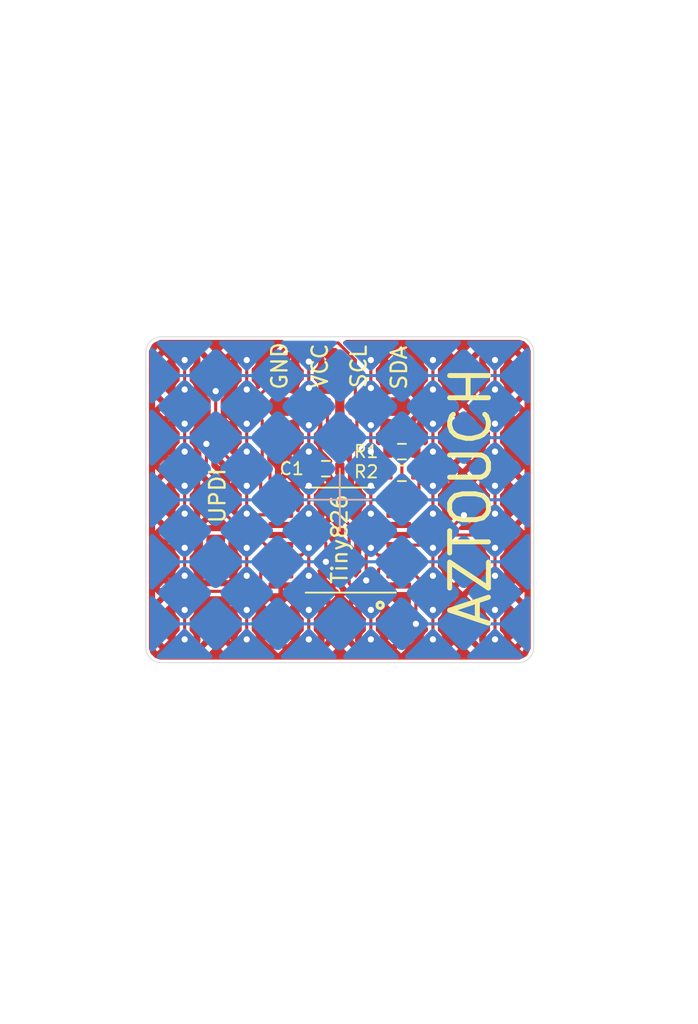
<source format=kicad_pcb>
(kicad_pcb (version 20221018) (generator pcbnew)
  (layers (0 "F.Cu" signal) (31 "B.Cu" signal) (34 "B.Paste" user) (35 "F.Paste" user) (36 "B.SilkS" user "B.Silkscreen") (37 "F.SilkS" user "F.Silkscreen") (38 "B.Mask" user) (39 "F.Mask" user) (44 "Edge.Cuts" user))
  (net 0 "")
  (net 1 "VCC")
  (net 2 "GND")
  (net 3 "SDA")
  (net 4 "SCL")
  (net 5 "ROW1")
  (net 6 "ROW2")
  (net 7 "ROW3")
  (net 8 "ROW4")
  (net 9 "ROW5")
  (net 10 "COL2")
  (net 11 "COL3")
  (net 12 "COL4")
  (net 13 "COL5")
  (net 14 "UPDI")
  (net 15 "COL6")
  (net 16 "COL7")
  (net 17 "OUT1")
  (footprint "aaaa:R_0805_2012Metric1.2" (layer "F.Cu") (at 220.5 60.5 180)
    (fp_text reference "C1" (at 2.2 0) (layer "F.SilkS") (effects (font (size 0.8 0.8) (thickness 0.12))))
    (fp_text value "1kΩ")
    (fp_line (start -0.258578 -0.5) (end 0.258578 -0.5) (stroke (width 0.12)) (layer "F.SilkS"))
    (fp_line (start -0.258578 0.5) (end 0.258578 0.5) (stroke (width 0.12)) (layer "F.SilkS"))
    (pad "1" smd roundrect (at -0.9 0 180) (size 0.6 0.8) (layers "F.Cu" "F.Paste" "F.Mask") (roundrect_rratio 0.15) (net 1 "VCC"))
    (pad "2" smd roundrect (at 0.9 0 180) (size 0.6 0.8) (layers "F.Cu" "F.Paste" "F.Mask") (roundrect_rratio 0.15) (net 2 "GND"))
  )
  (footprint "Connector_PinHeader_2.54mm:PinHeader_1x04_P2.54mm_Vertical" (layer "F.Cu") (at 213.4 65.5 90)
    (fp_text reference "REF**" hide)
    (fp_text value "PinHeader_1x04_P2.54mm_Vertical" hide)
    (pad "1" smd roundrect (at 0 0 180) (size 1.2 1.5) (layers "F.Cu" "F.Paste" "F.Mask") (net 14 "UPDI"))
  )
  (footprint "Connector_PinHeader_2.54mm:PinHeader_1x04_P2.54mm_Vertical" (layer "F.Cu") (at 221.4 56.5)
    (fp_text reference "REF**" hide)
    (fp_text value "PinHeader_1x04_P2.54mm_Vertical" hide)
    (pad "1" smd roundrect (at -3.81 0 90) (size 1.2 1.5) (layers "F.Cu" "F.Paste" "F.Mask") (net 2 "GND"))
    (pad "2" smd roundrect (at -1.27 0 90) (size 1.2 1.5) (layers "F.Cu" "F.Paste" "F.Mask") (net 1 "VCC"))
    (pad "3" smd roundrect (at 1.27 0 90) (size 1.2 1.5) (layers "F.Cu" "F.Paste" "F.Mask") (net 4 "SCL"))
    (pad "4" smd roundrect (at 3.81 0 90) (size 1.2 1.5) (layers "F.Cu" "F.Paste" "F.Mask") (net 3 "SDA"))
  )
  (footprint "Package_SO:TSSOP-20_4.4x6.5mm_P0.65mm" (layer "F.Cu") (at 221.4 65.1 180)
    (fp_text reference "Tiny826" (at 0.02 0.06 90) (layer "F.SilkS"))
    (fp_text value "TSSOP-20_4.4x6.5mm_P0.65mm" hide)
    (fp_line (start 0 -3.385) (end -3.6 -3.385) (stroke (width 0.12)) (layer "F.SilkS"))
    (fp_line (start 0 -3.385) (end 2.2 -3.385) (stroke (width 0.12)) (layer "F.SilkS"))
    (fp_line (start 0 3.385) (end -2.2 3.385) (stroke (width 0.12)) (layer "F.SilkS"))
    (fp_line (start 0 3.385) (end 2.2 3.385) (stroke (width 0.12)) (layer "F.SilkS"))
    (fp_circle (center -2.6 -4.2) (end -2.4 -4.2) (stroke (width 0.2)) (fill none) (layer "F.SilkS"))
    (pad "1" smd roundrect (at -3.8 -2.925 180) (size 1.6 0.4) (layers "F.Cu" "F.Paste" "F.Mask") (net 1 "VCC"))
    (pad "2" smd roundrect (at -3.8 -2.275 180) (size 1.6 0.4) (layers "F.Cu" "F.Paste" "F.Mask") (net 9 "ROW5"))
    (pad "3" smd roundrect (at -3.8 -1.625 180) (size 1.6 0.4) (layers "F.Cu" "F.Paste" "F.Mask") (net 1 "VCC"))
    (pad "4" smd roundrect (at -3.8 -0.975 180) (size 1.6 0.4) (layers "F.Cu" "F.Paste" "F.Mask") (net 13 "COL5"))
    (pad "5" smd roundrect (at -3.8 -0.325 180) (size 1.6 0.4) (layers "F.Cu" "F.Paste" "F.Mask") (net 15 "COL6"))
    (pad "6" smd roundrect (at -3.8 0.325 180) (size 1.6 0.4) (layers "F.Cu" "F.Paste" "F.Mask") (net 16 "COL7"))
    (pad "7" smd roundrect (at -3.8 0.975 180) (size 1.6 0.4) (layers "F.Cu" "F.Paste" "F.Mask") (net 7 "ROW3"))
    (pad "8" smd roundrect (at -3.8 1.625 180) (size 1.6 0.4) (layers "F.Cu" "F.Paste" "F.Mask"))
    (pad "9" smd roundrect (at -3.8 2.275 180) (size 1.6 0.4) (layers "F.Cu" "F.Paste" "F.Mask") (net 17 "OUT1"))
    (pad "10" smd roundrect (at -3.8 2.925 180) (size 1.6 0.4) (layers "F.Cu" "F.Paste" "F.Mask") (net 3 "SDA"))
    (pad "11" smd roundrect (at 3.8 2.925 180) (size 1.6 0.4) (layers "F.Cu" "F.Paste" "F.Mask") (net 4 "SCL"))
    (pad "12" smd roundrect (at 3.8 2.275 180) (size 1.6 0.4) (layers "F.Cu" "F.Paste" "F.Mask") (net 5 "ROW1"))
    (pad "13" smd roundrect (at 3.8 1.625 180) (size 1.6 0.4) (layers "F.Cu" "F.Paste" "F.Mask") (net 11 "COL3"))
    (pad "14" smd roundrect (at 3.8 0.975 180) (size 1.6 0.4) (layers "F.Cu" "F.Paste" "F.Mask") (net 6 "ROW2"))
    (pad "15" smd roundrect (at 3.8 0.325 180) (size 1.6 0.4) (layers "F.Cu" "F.Paste" "F.Mask") (net 8 "ROW4"))
    (pad "16" smd roundrect (at 3.8 -0.325 180) (size 1.6 0.4) (layers "F.Cu" "F.Paste" "F.Mask") (net 14 "UPDI"))
    (pad "17" smd roundrect (at 3.8 -0.975 180) (size 1.6 0.4) (layers "F.Cu" "F.Paste" "F.Mask") (net 12 "COL4"))
    (pad "18" smd roundrect (at 3.8 -1.625 180) (size 1.6 0.4) (layers "F.Cu" "F.Paste" "F.Mask") (net 10 "COL2"))
    (pad "19" smd roundrect (at 3.8 -2.275 180) (size 1.6 0.4) (layers "F.Cu" "F.Paste" "F.Mask"))
    (pad "20" smd roundrect (at 3.8 -2.925 180) (size 1.6 0.4) (layers "F.Cu" "F.Paste" "F.Mask") (net 2 "GND"))
  )
  (footprint "aaaa:R_0805_2012Metric1.2" (layer "F.Cu") (at 225.4 60.8 180)
    (fp_text reference "R2" (at 2.3 0.1) (layer "F.SilkS") (effects (font (size 0.8 0.8) (thickness 0.12))))
    (fp_text value "1kΩ")
    (fp_line (start -0.258578 -0.5) (end 0.258578 -0.5) (stroke (width 0.12)) (layer "F.SilkS"))
    (fp_line (start -0.258578 0.5) (end 0.258578 0.5) (stroke (width 0.12)) (layer "F.SilkS"))
    (pad "1" smd roundrect (at -0.9 0 180) (size 0.6 0.8) (layers "F.Cu" "F.Paste" "F.Mask") (roundrect_rratio 0.15) (net 17 "OUT1"))
    (pad "2" smd roundrect (at 0.9 0 180) (size 0.6 0.8) (layers "F.Cu" "F.Paste" "F.Mask") (roundrect_rratio 0.15) (net 4 "SCL"))
  )
  (footprint "aaaa:R_0805_2012Metric1.2" (layer "F.Cu") (at 225.4 59.4 180)
    (fp_text reference "R1" (at 2.3 0 180) (layer "F.SilkS") (effects (font (size 0.8 0.8) (thickness 0.12))))
    (fp_text value "1kΩ")
    (fp_line (start -0.258578 -0.5) (end 0.258578 -0.5) (stroke (width 0.12)) (layer "F.SilkS"))
    (fp_line (start -0.258578 0.5) (end 0.258578 0.5) (stroke (width 0.12)) (layer "F.SilkS"))
    (pad "1" smd roundrect (at -0.9 0 180) (size 0.6 0.8) (layers "F.Cu" "F.Paste" "F.Mask") (roundrect_rratio 0.15) (net 17 "OUT1"))
    (pad "2" smd roundrect (at 0.9 0 180) (size 0.6 0.8) (layers "F.Cu" "F.Paste" "F.Mask") (roundrect_rratio 0.15) (net 3 "SDA"))
  )
  (footprint "original:dia" (layer "B.Cu") (at 227.4 64.5 -90)
    (fp_text reference "REF**" hide)
    (fp_text value "dia")
    (pad "1" smd roundrect (at 0 0 225) (size 2.6 2.6) (layers "B.Cu") (roundrect_rratio 0.1346153846) (net 15 "COL6"))
  )
  (footprint "original:dia" (layer "B.Cu") (at 219.4 68.5 -90)
    (fp_text reference "REF**" hide)
    (fp_text value "dia")
    (pad "1" smd roundrect (at 0 0 225) (size 2.6 2.6) (layers "B.Cu") (roundrect_rratio 0.1346153846) (net 12 "COL4"))
  )
  (footprint "original:dia" (layer "B.Cu") (at 210.2 70.5)
    (fp_text reference "REF**" hide)
    (fp_text value "dia")
    (pad "1" smd custom (at 0 0) (size 0.5 0.5) (layers "B.Cu") (net 9 "ROW5") (options (clearance outline) (anchor rect)) (primitives (gr_poly (pts (xy -0.9 1.65) (xy 0.75 0) (xy -0.9 -1.65)) (width 0.3) (fill yes))))
  )
  (footprint "original:dia" (layer "B.Cu") (at 213.4 70.5 180)
    (fp_text reference "REF**" hide)
    (fp_text value "dia" hide)
    (pad "1" smd roundrect (at 0 0 135) (size 2.6 2.6) (layers "B.Cu") (roundrect_rratio 0.1346153846) (net 9 "ROW5"))
  )
  (footprint "original:dia" (layer "B.Cu") (at 219.4 53.3 -90)
    (fp_text reference "REF**" hide)
    (fp_text value "dia")
    (pad "1" smd custom (at 0 0 270) (size 0.5 0.5) (layers "B.Cu") (net 12 "COL4") (options (clearance outline) (anchor rect)) (primitives (gr_poly (pts (xy -0.9 1.65) (xy 0.75 0) (xy -0.9 -1.65)) (width 0.3) (fill yes))))
  )
  (footprint "original:dia" (layer "B.Cu") (at 223.4 53.3 -90)
    (fp_text reference "REF**" hide)
    (fp_text value "dia")
    (pad "1" smd custom (at 0 0 270) (size 0.5 0.5) (layers "B.Cu") (net 13 "COL5") (options (clearance outline) (anchor rect)) (primitives (gr_poly (pts (xy -0.9 1.65) (xy 0.75 0) (xy -0.9 -1.65)) (width 0.3) (fill yes))))
  )
  (footprint "original:dia" (layer "B.Cu") (at 223.4 64.5 -90)
    (fp_text reference "REF**" hide)
    (fp_text value "dia")
    (pad "1" smd roundrect (at 0 0 225) (size 2.6 2.6) (layers "B.Cu") (roundrect_rratio 0.1346153846) (net 13 "COL5"))
  )
  (footprint "original:dia" (layer "B.Cu") (at 225.4 66.5 180)
    (fp_text reference "REF**" hide)
    (fp_text value "dia")
    (pad "1" smd roundrect (at 0 0 135) (size 2.6 2.6) (layers "B.Cu") (roundrect_rratio 0.1346153846) (net 8 "ROW4"))
  )
  (footprint "original:dia" (layer "B.Cu") (at 229.4 62.5 180)
    (fp_text reference "REF**" hide)
    (fp_text value "dia")
    (pad "1" smd roundrect (at 0 0 135) (size 2.6 2.6) (layers "B.Cu") (roundrect_rratio 0.1346153846) (net 7 "ROW3"))
  )
  (footprint "original:dia" (layer "B.Cu") (at 229.4 70.5 180)
    (fp_text reference "REF**" hide)
    (fp_text value "dia" hide)
    (pad "1" smd roundrect (at 0 0 135) (size 2.6 2.6) (layers "B.Cu") (roundrect_rratio 0.1346153846) (net 9 "ROW5"))
  )
  (footprint "original:dia" (layer "B.Cu") (at 217.4 58.5 180)
    (fp_text reference "REF**" hide)
    (fp_text value "dia")
    (pad "1" smd roundrect (at 0 0 135) (size 2.6 2.6) (layers "B.Cu") (roundrect_rratio 0.1346153846) (net 6 "ROW2"))
  )
  (footprint "original:dia" (layer "B.Cu") (at 227.4 71.7 90)
    (fp_text reference "REF**" hide)
    (fp_text value "dia")
    (pad "1" smd custom (at 0 0 90) (size 0.5 0.5) (layers "B.Cu") (net 15 "COL6") (options (clearance outline) (anchor rect)) (primitives (gr_poly (pts (xy -0.9 1.65) (xy 0.75 0) (xy -0.9 -1.65)) (width 0.3) (fill yes))))
  )
  (footprint "original:dia" (layer "B.Cu") (at 225.4 54.5 180)
    (fp_text reference "REF**" hide)
    (fp_text value "dia")
    (pad "1" smd roundrect (at 0 0 135) (size 2.6 2.6) (layers "B.Cu") (roundrect_rratio 0.1346153846) (net 5 "ROW1"))
  )
  (footprint "original:dia" (layer "B.Cu") (at 221.4 58.5 180)
    (fp_text reference "REF**" hide)
    (fp_text value "dia")
    (pad "1" smd roundrect (at 0 0 135) (size 2.6 2.6) (layers "B.Cu") (roundrect_rratio 0.1346153846) (net 6 "ROW2"))
  )
  (footprint "original:dia" (layer "B.Cu") (at 219.4 56.5 -90)
    (fp_text reference "REF**" hide)
    (fp_text value "dia")
    (pad "1" smd roundrect (at 0 0 225) (size 2.6 2.6) (layers "B.Cu") (roundrect_rratio 0.1346153846) (net 12 "COL4"))
  )
  (footprint "original:dia" (layer "B.Cu") (at 215.4 53.3 -90)
    (fp_text reference "REF**" hide)
    (fp_text value "dia")
    (pad "1" smd custom (at 0 0 270) (size 0.5 0.5) (layers "B.Cu") (net 11 "COL3") (options (clearance outline) (anchor rect)) (primitives (gr_poly (pts (xy -0.9 1.65) (xy 0.75 0) (xy -0.9 -1.65)) (width 0.3) (fill yes))))
  )
  (footprint "original:dia" (layer "B.Cu") (at 219.4 71.7 90)
    (fp_text reference "REF**" hide)
    (fp_text value "dia")
    (pad "1" smd custom (at 0 0 90) (size 0.5 0.5) (layers "B.Cu") (net 12 "COL4") (options (clearance outline) (anchor rect)) (primitives (gr_poly (pts (xy -0.9 1.65) (xy 0.75 0) (xy -0.9 -1.65)) (width 0.3) (fill yes))))
  )
  (footprint "original:dia" (layer "B.Cu") (at 221.4 54.5 180)
    (fp_text reference "REF**" hide)
    (fp_text value "dia")
    (pad "1" smd roundrect (at 0 0 135) (size 2.6 2.6) (layers "B.Cu") (roundrect_rratio 0.1346153846) (net 5 "ROW1"))
  )
  (footprint "original:dia" (layer "B.Cu") (at 215.4 64.5 -90)
    (fp_text reference "REF**" hide)
    (fp_text value "dia")
    (pad "1" smd roundrect (at 0 0 225) (size 2.6 2.6) (layers "B.Cu") (roundrect_rratio 0.1346153846) (net 11 "COL3"))
  )
  (footprint "original:dia" (layer "B.Cu") (at 221.4 70.5 180)
    (fp_text reference "REF**" hide)
    (fp_text value "dia" hide)
    (pad "1" smd roundrect (at 0 0 135) (size 2.6 2.6) (layers "B.Cu") (roundrect_rratio 0.1346153846) (net 9 "ROW5"))
  )
  (footprint "original:dia" (layer "B.Cu") (at 231.4 68.5 -90)
    (fp_text reference "REF**" hide)
    (fp_text value "dia" hide)
    (pad "1" smd roundrect (at 0 0 225) (size 2.6 2.6) (layers "B.Cu") (roundrect_rratio 0.1346153846) (net 16 "COL7"))
  )
  (footprint "original:dia" (layer "B.Cu") (at 225.4 58.5 180)
    (fp_text reference "REF**" hide)
    (fp_text value "dia")
    (pad "1" smd roundrect (at 0 0 135) (size 2.6 2.6) (layers "B.Cu") (roundrect_rratio 0.1346153846) (net 6 "ROW2"))
  )
  (footprint "original:dia" (layer "B.Cu") (at 215.4 60.5 -90)
    (fp_text reference "REF**" hide)
    (fp_text value "dia")
    (pad "1" smd roundrect (at 0 0 225) (size 2.6 2.6) (layers "B.Cu") (roundrect_rratio 0.1346153846) (net 11 "COL3"))
  )
  (footprint "original:dia" (layer "B.Cu") (at 232.6 58.5 180)
    (fp_text reference "REF**" hide)
    (fp_text value "dia")
    (pad "1" smd custom (at 0 0 180) (size 0.5 0.5) (layers "B.Cu") (net 6 "ROW2") (options (clearance outline) (anchor rect)) (primitives (gr_poly (pts (xy -0.9 1.65) (xy 0.75 0) (xy -0.9 -1.65)) (width 0.3) (fill yes))))
  )
  (footprint "original:dia" (layer "B.Cu") (at 210.2 66.5)
    (fp_text reference "REF**" hide)
    (fp_text value "dia")
    (pad "1" smd custom (at 0 0) (size 0.5 0.5) (layers "B.Cu") (net 8 "ROW4") (options (clearance outline) (anchor rect)) (primitives (gr_poly (pts (xy -0.9 1.65) (xy 0.75 0) (xy -0.9 -1.65)) (width 0.3) (fill yes))))
  )
  (footprint "original:dia" (layer "B.Cu") (at 223.4 60.5 -90)
    (fp_text reference "REF**" hide)
    (fp_text value "dia")
    (pad "1" smd roundrect (at 0 0 225) (size 2.6 2.6) (layers "B.Cu") (roundrect_rratio 0.1346153846) (net 13 "COL5"))
  )
  (footprint "original:dia" (layer "B.Cu") (at 232.6 66.5 180)
    (fp_text reference "REF**" hide)
    (fp_text value "dia")
    (pad "1" smd custom (at 0 0 180) (size 0.5 0.5) (layers "B.Cu") (net 8 "ROW4") (options (clearance outline) (anchor rect)) (primitives (gr_poly (pts (xy -0.9 1.65) (xy 0.75 0) (xy -0.9 -1.65)) (width 0.3) (fill yes))))
  )
  (footprint "original:dia" (layer "B.Cu") (at 219.4 60.5 -90)
    (fp_text reference "REF**" hide)
    (fp_text value "dia")
    (pad "1" smd roundrect (at 0 0 225) (size 2.6 2.6) (layers "B.Cu") (roundrect_rratio 0.1346153846) (net 12 "COL4"))
  )
  (footprint "original:dia" (layer "B.Cu") (at 213.4 62.5 180)
    (fp_text reference "REF**" hide)
    (fp_text value "dia")
    (pad "1" smd roundrect (at 0 0 135) (size 2.6 2.6) (layers "B.Cu") (roundrect_rratio 0.1346153846) (net 7 "ROW3"))
  )
  (footprint "original:dia" (layer "B.Cu") (at 217.4 66.5 180)
    (fp_text reference "REF**" hide)
    (fp_text value "dia")
    (pad "1" smd roundrect (at 0 0 135) (size 2.6 2.6) (layers "B.Cu") (roundrect_rratio 0.1346153846) (net 8 "ROW4"))
  )
  (footprint "original:dia" (layer "B.Cu") (at 213.4 58.5 180)
    (fp_text reference "REF**" hide)
    (fp_text value "dia")
    (pad "1" smd roundrect (at 0 0 135) (size 2.6 2.6) (layers "B.Cu") (roundrect_rratio 0.1346153846) (net 6 "ROW2"))
  )
  (footprint "original:dia" (layer "B.Cu") (at 211.4 53.3 -90)
    (fp_text reference "REF**" hide)
    (fp_text value "dia")
    (pad "1" smd custom (at 0 0 270) (size 0.5 0.5) (layers "B.Cu") (net 10 "COL2") (options (clearance outline) (anchor rect)) (primitives (gr_poly (pts (xy -0.9 1.65) (xy 0.75 0) (xy -0.9 -1.65)) (width 0.3) (fill yes))))
  )
  (footprint "original:dia" (layer "B.Cu") (at 219.4 64.5 -90)
    (fp_text reference "REF**" hide)
    (fp_text value "dia")
    (pad "1" smd roundrect (at 0 0 225) (size 2.6 2.6) (layers "B.Cu") (roundrect_rratio 0.1346153846) (net 12 "COL4"))
  )
  (footprint "original:dia" (layer "B.Cu") (at 217.4 54.5 180)
    (fp_text reference "REF**" hide)
    (fp_text value "dia")
    (pad "1" smd roundrect (at 0 0 135) (size 2.6 2.6) (layers "B.Cu") (roundrect_rratio 0.1346153846) (net 5 "ROW1"))
  )
  (footprint "original:dia" (layer "B.Cu") (at 210.2 62.5)
    (fp_text reference "REF**" hide)
    (fp_text value "dia")
    (pad "1" smd custom (at 0 0) (size 0.5 0.5) (layers "B.Cu") (net 7 "ROW3") (options (clearance outline) (anchor rect)) (primitives (gr_poly (pts (xy -0.9 1.65) (xy 0.75 0) (xy -0.9 -1.65)) (width 0.3) (fill yes))))
  )
  (footprint "original:dia" (layer "B.Cu") (at 215.4 56.5 -90)
    (fp_text reference "REF**" hide)
    (fp_text value "dia")
    (pad "1" smd roundrect (at 0 0 225) (size 2.6 2.6) (layers "B.Cu") (roundrect_rratio 0.1346153846) (net 11 "COL3"))
  )
  (footprint "original:dia" (layer "B.Cu") (at 229.4 54.5 180)
    (fp_text reference "REF**" hide)
    (fp_text value "dia")
    (pad "1" smd roundrect (at 0 0 135) (size 2.6 2.6) (layers "B.Cu") (roundrect_rratio 0.1346153846) (net 5 "ROW1"))
  )
  (footprint "original:dia" (layer "B.Cu") (at 213.4 66.5 180)
    (fp_text reference "REF**" hide)
    (fp_text value "dia")
    (pad "1" smd roundrect (at 0 0 135) (size 2.6 2.6) (layers "B.Cu") (roundrect_rratio 0.1346153846) (net 8 "ROW4"))
  )
  (footprint "original:dia" (layer "B.Cu") (at 210.2 54.5)
    (fp_text reference "REF**" hide)
    (fp_text value "dia")
    (pad "1" smd custom (at 0 0) (size 0.5 0.5) (layers "B.Cu") (net 5 "ROW1") (options (clearance outline) (anchor rect)) (primitives (gr_poly (pts (xy -0.9 1.65) (xy 0.75 0) (xy -0.9 -1.65)) (width 0.3) (fill yes))))
  )
  (footprint "original:dia" (layer "B.Cu") (at 223.4 71.7 90)
    (fp_text reference "REF**" hide)
    (fp_text value "dia")
    (pad "1" smd custom (at 0 0 90) (size 0.5 0.5) (layers "B.Cu") (net 13 "COL5") (options (clearance outline) (anchor rect)) (primitives (gr_poly (pts (xy -0.9 1.65) (xy 0.75 0) (xy -0.9 -1.65)) (width 0.3) (fill yes))))
  )
  (footprint "original:dia" (layer "B.Cu") (at 211.4 64.5 -90)
    (fp_text reference "REF**" hide)
    (fp_text value "dia")
    (pad "1" smd roundrect (at 0 0 225) (size 2.6 2.6) (layers "B.Cu") (roundrect_rratio 0.1346153846) (net 10 "COL2"))
  )
  (footprint "original:dia" (layer "B.Cu") (at 229.4 58.5 180)
    (fp_text reference "REF**" hide)
    (fp_text value "dia")
    (pad "1" smd roundrect (at 0 0 135) (size 2.6 2.6) (layers "B.Cu") (roundrect_rratio 0.1346153846) (net 6 "ROW2"))
  )
  (footprint "original:dia" (layer "B.Cu") (at 227.4 56.5 -90)
    (fp_text reference "REF**" hide)
    (fp_text value "dia")
    (pad "1" smd roundrect (at 0 0 225) (size 2.6 2.6) (layers "B.Cu") (roundrect_rratio 0.1346153846) (net 15 "COL6"))
  )
  (footprint "original:dia" (layer "B.Cu") (at 232.6 54.5 180)
    (fp_text reference "REF**" hide)
    (fp_text value "dia")
    (pad "1" smd custom (at 0 0 180) (size 0.5 0.5) (layers "B.Cu") (net 5 "ROW1") (options (clearance outline) (anchor rect)) (primitives (gr_poly (pts (xy -0.9 1.65) (xy 0.75 0) (xy -0.9 -1.65)) (width 0.3) (fill yes))))
  )
  (footprint "original:dia" (layer "B.Cu") (at 211.4 60.5 -90)
    (fp_text reference "REF**" hide)
    (fp_text value "dia")
    (pad "1" smd roundrect (at 0 0 225) (size 2.6 2.6) (layers "B.Cu") (roundrect_rratio 0.1346153846) (net 10 "COL2"))
  )
  (footprint "original:dia" (layer "B.Cu") (at 227.4 68.5 -90)
    (fp_text reference "REF**" hide)
    (fp_text value "dia")
    (pad "1" smd roundrect (at 0 0 225) (size 2.6 2.6) (layers "B.Cu") (roundrect_rratio 0.1346153846) (net 15 "COL6"))
  )
  (footprint "original:dia" (layer "B.Cu") (at 223.4 68.5 -90)
    (fp_text reference "REF**" hide)
    (fp_text value "dia")
    (pad "1" smd roundrect (at 0 0 225) (size 2.6 2.6) (layers "B.Cu") (roundrect_rratio 0.1346153846) (net 13 "COL5"))
  )
  (footprint "original:dia" (layer "B.Cu") (at 215.4 71.7 90)
    (fp_text reference "REF**" hide)
    (fp_text value "dia")
    (pad "1" smd custom (at 0 0 90) (size 0.5 0.5) (layers "B.Cu") (net 11 "COL3") (options (clearance outline) (anchor rect)) (primitives (gr_poly (pts (xy -0.9 1.65) (xy 0.75 0) (xy -0.9 -1.65)) (width 0.3) (fill yes))))
  )
  (footprint "original:dia" (layer "B.Cu") (at 225.4 62.5 180)
    (fp_text reference "REF**" hide)
    (fp_text value "dia")
    (pad "1" smd roundrect (at 0 0 135) (size 2.6 2.6) (layers "B.Cu") (roundrect_rratio 0.1346153846) (net 7 "ROW3"))
  )
  (footprint "original:dia" (layer "B.Cu") (at 215.4 68.5 -90)
    (fp_text reference "REF**" hide)
    (fp_text value "dia")
    (pad "1" smd roundrect (at 0 0 225) (size 2.6 2.6) (layers "B.Cu") (roundrect_rratio 0.1346153846) (net 11 "COL3"))
  )
  (footprint "original:dia" (layer "B.Cu") (at 231.4 64.5 -90)
    (fp_text reference "REF**" hide)
    (fp_text value "dia" hide)
    (pad "1" smd roundrect (at 0 0 225) (size 2.6 2.6) (layers "B.Cu") (roundrect_rratio 0.1346153846) (net 16 "COL7"))
  )
  (footprint "original:dia" (layer "B.Cu") (at 211.4 71.7 90)
    (fp_text reference "REF**" hide)
    (fp_text value "dia")
    (pad "1" smd custom (at 0 0 90) (size 0.5 0.5) (layers "B.Cu") (net 10 "COL2") (options (clearance outline) (anchor rect)) (primitives (gr_poly (pts (xy -0.9 1.65) (xy 0.75 0) (xy -0.9 -1.65)) (width 0.3) (fill yes))))
  )
  (footprint "original:dia" (layer "B.Cu") (at 227.4 53.3 -90)
    (fp_text reference "REF**" hide)
    (fp_text value "dia")
    (pad "1" smd custom (at 0 0 270) (size 0.5 0.5) (layers "B.Cu") (net 15 "COL6") (options (clearance outline) (anchor rect)) (primitives (gr_poly (pts (xy -0.9 1.65) (xy 0.75 0) (xy -0.9 -1.65)) (width 0.3) (fill yes))))
  )
  (footprint "original:dia" (layer "B.Cu") (at 227.4 60.5 -90)
    (fp_text reference "REF**" hide)
    (fp_text value "dia")
    (pad "1" smd roundrect (at 0 0 225) (size 2.6 2.6) (layers "B.Cu") (roundrect_rratio 0.1346153846) (net 15 "COL6"))
  )
  (footprint "original:dia" (layer "B.Cu") (at 225.4 70.5 180)
    (fp_text reference "REF**" hide)
    (fp_text value "dia" hide)
    (pad "1" smd roundrect (at 0 0 135) (size 2.6 2.6) (layers "B.Cu") (roundrect_rratio 0.1346153846) (net 9 "ROW5"))
  )
  (footprint "original:dia" (layer "B.Cu") (at 223.4 56.5 -90)
    (fp_text reference "REF**" hide)
    (fp_text value "dia")
    (pad "1" smd roundrect (at 0 0 225) (size 2.6 2.6) (layers "B.Cu") (roundrect_rratio 0.1346153846) (net 13 "COL5"))
  )
  (footprint "original:dia" (layer "B.Cu") (at 231.4 60.5 -90)
    (fp_text reference "REF**" hide)
    (fp_text value "dia" hide)
    (pad "1" smd roundrect (at 0 0 225) (size 2.6 2.6) (layers "B.Cu") (roundrect_rratio 0.1346153846) (net 16 "COL7"))
  )
  (footprint "original:dia" (layer "B.Cu") (at 221.4 66.5 180)
    (fp_text reference "REF**" hide)
    (fp_text value "dia")
    (pad "1" smd roundrect (at 0 0 135) (size 2.6 2.6) (layers "B.Cu") (roundrect_rratio 0.1346153846) (net 8 "ROW4"))
  )
  (footprint "original:dia" (layer "B.Cu") (at 232.6 62.5 180)
    (fp_text reference "REF**" hide)
    (fp_text value "dia")
    (pad "1" smd custom (at 0 0 180) (size 0.5 0.5) (layers "B.Cu") (net 7 "ROW3") (options (clearance outline) (anchor rect)) (primitives (gr_poly (pts (xy -0.9 1.65) (xy 0.75 0) (xy -0.9 -1.65)) (width 0.3) (fill yes))))
  )
  (footprint "original:dia" (layer "B.Cu") (at 231.4 53.3 -90)
    (fp_text reference "REF**" hide)
    (fp_text value "dia")
    (pad "1" smd custom (at 0 0 270) (size 0.5 0.5) (layers "B.Cu") (net 16 "COL7") (options (clearance outline) (anchor rect)) (primitives (gr_poly (pts (xy -0.9 1.65) (xy 0.75 0) (xy -0.9 -1.65)) (width 0.3) (fill yes))))
  )
  (footprint "original:dia" (layer "B.Cu") (at 232.6 70.5 180)
    (fp_text reference "REF**" hide)
    (fp_text value "dia")
    (pad "1" smd custom (at 0 0 180) (size 0.5 0.5) (layers "B.Cu") (net 9 "ROW5") (options (clearance outline) (anchor rect)) (primitives (gr_poly (pts (xy -0.9 1.65) (xy 0.75 0) (xy -0.9 -1.65)) (width 0.3) (fill yes))))
  )
  (footprint "original:dia" (layer "B.Cu") (at 217.4 70.5 180)
    (fp_text reference "REF**" hide)
    (fp_text value "dia" hide)
    (pad "1" smd roundrect (at 0 0 135) (size 2.6 2.6) (layers "B.Cu") (roundrect_rratio 0.1346153846) (net 9 "ROW5"))
  )
  (footprint "original:dia" (layer "B.Cu") (at 217.4 62.5 180)
    (fp_text reference "REF**" hide)
    (fp_text value "dia")
    (pad "1" smd roundrect (at 0 0 135) (size 2.6 2.6) (layers "B.Cu") (roundrect_rratio 0.1346153846) (net 7 "ROW3"))
  )
  (footprint "original:dia" (layer "B.Cu") (at 231.4 71.7 90)
    (fp_text reference "REF**" hide)
    (fp_text value "dia")
    (pad "1" smd custom (at 0 0 90) (size 0.5 0.5) (layers "B.Cu") (net 16 "COL7") (options (clearance outline) (anchor rect)) (primitives (gr_poly (pts (xy -0.9 1.65) (xy 0.75 0) (xy -0.9 -1.65)) (width 0.3) (fill yes))))
  )
  (footprint "original:dia" (layer "B.Cu") (at 211.4 56.5 -90)
    (fp_text reference "REF**" hide)
    (fp_text value "dia")
    (pad "1" smd roundrect (at 0 0 225) (size 2.6 2.6) (layers "B.Cu") (roundrect_rratio 0.1346153846) (net 10 "COL2"))
  )
  (footprint "original:dia" (layer "B.Cu") (at 221.4 62.5 180)
    (fp_text reference "REF**" hide)
    (fp_text value "dia")
    (pad "1" smd roundrect (at 0 0 135) (size 2.6 2.6) (layers "B.Cu") (roundrect_rratio 0.1346153846) (net 7 "ROW3"))
  )
  (footprint "original:dia" (layer "B.Cu") (at 210.2 58.5)
    (fp_text reference "REF**" hide)
    (fp_text value "dia")
    (pad "1" smd custom (at 0 0) (size 0.5 0.5) (layers "B.Cu") (net 6 "ROW2") (options (clearance outline) (anchor rect)) (primitives (gr_poly (pts (xy -0.9 1.65) (xy 0.75 0) (xy -0.9 -1.65)) (width 0.3) (fill yes))))
  )
  (footprint "original:dia" (layer "B.Cu") (at 231.4 56.5 -90)
    (fp_text reference "REF**" hide)
    (fp_text value "dia" hide)
    (pad "1" smd roundrect (at 0 0 225) (size 2.6 2.6) (layers "B.Cu") (roundrect_rratio 0.1346153846) (net 16 "COL7"))
  )
  (footprint "original:dia" (layer "B.Cu") (at 213.4 54.5 180)
    (fp_text reference "REF**" hide)
    (fp_text value "dia")
    (pad "1" smd roundrect (at 0 0 135) (size 2.6 2.6) (layers "B.Cu") (roundrect_rratio 0.1346153846) (net 5 "ROW1"))
  )
  (footprint "original:dia" (layer "B.Cu") (at 211.4 68.5 -90)
    (fp_text reference "REF**" hide)
    (fp_text value "dia")
    (pad "1" smd roundrect (at 0 0 225) (size 2.6 2.6) (layers "B.Cu") (roundrect_rratio 0.1346153846) (net 10 "COL2"))
  )
  (footprint "original:dia" (layer "B.Cu") (at 229.4 66.5 180)
    (fp_text reference "REF**" hide)
    (fp_text value "dia")
    (pad "1" smd roundrect (at 0 0 135) (size 2.6 2.6) (layers "B.Cu") (roundrect_rratio 0.1346153846) (net 8 "ROW4"))
  )
  (gr_line (start 221.4 62.5) (end 223.4 62.5) (stroke (width 0.12)) (layer "B.SilkS"))
  (gr_line (start 221.4 62.5) (end 221.4 64.5) (stroke (width 0.12)) (layer "B.SilkS"))
  (gr_line (start 221.4 62.5) (end 221.4 60.5) (stroke (width 0.12)) (layer "B.SilkS"))
  (gr_line (start 221.4 62.5) (end 219.4 62.5) (stroke (width 0.12)) (layer "B.SilkS"))
  (gr_line (start 233.9 72) (end 233.9 53) (stroke (width 0.05)) (layer "Edge.Cuts"))
  (gr_line (start 209.9 73) (end 232.9 73) (stroke (width 0.05)) (layer "Edge.Cuts"))
  (gr_line (start 208.9 53) (end 208.9 72) (stroke (width 0.05)) (layer "Edge.Cuts"))
  (gr_arc (start 232.9 52) (mid 233.607107 52.292893) (end 233.9 53) (stroke (width 0.05)) (layer "Edge.Cuts"))
  (gr_arc (start 208.9 53) (mid 209.192893 52.292893) (end 209.9 52) (stroke (width 0.05)) (layer "Edge.Cuts"))
  (gr_arc (start 209.9 73) (mid 209.192893 72.707107) (end 208.9 72) (stroke (width 0.05)) (layer "Edge.Cuts"))
  (gr_arc (start 233.9 72) (mid 233.607107 72.707107) (end 232.9 73) (stroke (width 0.05)) (layer "Edge.Cuts"))
  (gr_line (start 232.9 52) (end 209.9 52) (stroke (width 0.05)) (layer "Edge.Cuts"))
  (gr_text "SDA" (at 225.8 55.5 90) (layer "F.SilkS") (effects (font (size 1 1)) (justify left bottom)))
  (gr_text "SCL" (at 223.2 55.4 90) (layer "F.SilkS") (effects (font (size 1 1)) (justify left bottom)))
  (gr_text "UPDI" (at 214.1 64.1 90) (layer "F.SilkS") (effects (font (size 1 1)) (justify left bottom)))
  (gr_text "VCC" (at 220.7 55.4 90) (layer "F.SilkS") (effects (font (size 1 1)) (justify left bottom)))
  (gr_text "AZTOUCH" (at 231.3 70.9 90) (layer "F.SilkS") (effects (font (size 2.5 2.5) (thickness 0.32)) (justify left bottom)))
  (gr_text "GND" (at 218.1 55.5 90) (layer "F.SilkS") (effects (font (size 1 1)) (justify left bottom)))
  (segment (start 223.9 67.8) (end 224.125 68.025) (width 0.2) (layer "F.Cu") (net 1))
  (segment (start 220.13 56.5) (end 220.6 56.97) (width 0.2) (layer "F.Cu") (net 1))
  (segment (start 222 67.9) (end 222 64.1) (width 0.2) (layer "F.Cu") (net 1))
  (segment (start 224.125 68.025) (end 225.2 68.025) (width 0.2) (layer "F.Cu") (net 1))
  (segment (start 224.175 66.725) (end 223.9 67) (width 0.2) (layer "F.Cu") (net 1))
  (segment (start 223.9 67) (end 223.9 67.8) (width 0.2) (layer "F.Cu") (net 1))
  (segment (start 221.6 63.7) (end 221.6 60.7) (width 0.2) (layer "F.Cu") (net 1))
  (segment (start 221.6 60.7) (end 221.4 60.5) (width 0.2) (layer "F.Cu") (net 1))
  (segment (start 222.7 68.6) (end 222 67.9) (width 0.2) (layer "F.Cu") (net 1))
  (segment (start 220.6 59.2) (end 221.4 60) (width 0.2) (layer "F.Cu") (net 1))
  (segment (start 224.125 68.025) (end 224.125 68.375) (width 0.2) (layer "F.Cu") (net 1))
  (segment (start 223.9 68.6) (end 222.7 68.6) (width 0.2) (layer "F.Cu") (net 1))
  (segment (start 222 64.1) (end 221.6 63.7) (width 0.2) (layer "F.Cu") (net 1))
  (segment (start 220.6 56.97) (end 220.6 59.2) (width 0.2) (layer "F.Cu") (net 1))
  (segment (start 221.4 60) (end 221.4 60.5) (width 0.2) (layer "F.Cu") (net 1))
  (segment (start 225.2 66.725) (end 224.175 66.725) (width 0.2) (layer "F.Cu") (net 1))
  (segment (start 224.125 68.375) (end 223.9 68.6) (width 0.2) (layer "F.Cu") (net 1))
  (segment (start 225.4 59.6) (end 225.4 61.975) (width 0.2) (layer "F.Cu") (net 3))
  (segment (start 225.21 56.5) (end 225.21 59.39) (width 0.2) (layer "F.Cu") (net 3))
  (segment (start 225.4 61.975) (end 225.2 62.175) (width 0.2) (layer "F.Cu") (net 3))
  (segment (start 225.2 59.4) (end 225.4 59.6) (width 0.2) (layer "F.Cu") (net 3))
  (segment (start 225.21 59.39) (end 225.2 59.4) (width 0.2) (layer "F.Cu") (net 3))
  (segment (start 225.2 59.4) (end 224.5 59.4) (width 0.2) (layer "F.Cu") (net 3))
  (segment (start 216.4 57.4) (end 216.4 60.1) (width 0.2) (layer "F.Cu") (net 4))
  (segment (start 216.7 55.3) (end 216.2 55.8) (width 0.2) (layer "F.Cu") (net 4))
  (segment (start 221.3 52.4) (end 218.2 52.4) (width 0.2) (layer "F.Cu") (net 4))
  (segment (start 216.7 53.9) (end 216.7 55.3) (width 0.2) (layer "F.Cu") (net 4))
  (segment (start 222.67 56.5) (end 222.4 56.23) (width 0.2) (layer "F.Cu") (net 4))
  (segment (start 216.9 61.475) (end 217.6 62.175) (width 0.2) (layer "F.Cu") (net 4))
  (segment (start 216.4 60.1) (end 216.9 60.6) (width 0.2) (layer "F.Cu") (net 4))
  (segment (start 224.1 60.4) (end 224.5 60.8) (width 0.2) (layer "F.Cu") (net 4))
  (segment (start 222.9 60.4) (end 224.1 60.4) (width 0.2) (layer "F.Cu") (net 4))
  (segment (start 222.4 53.5) (end 221.3 52.4) (width 0.2) (layer "F.Cu") (net 4))
  (segment (start 222.67 56.5) (end 222.5 56.67) (width 0.2) (layer "F.Cu") (net 4))
  (segment (start 222.5 56.67) (end 222.5 60) (width 0.2) (layer "F.Cu") (net 4))
  (segment (start 222.4 56.23) (end 222.4 53.5) (width 0.2) (layer "F.Cu") (net 4))
  (segment (start 216.2 57.2) (end 216.4 57.4) (width 0.2) (layer "F.Cu") (net 4))
  (segment (start 218.2 52.4) (end 216.7 53.9) (width 0.2) (layer "F.Cu") (net 4))
  (segment (start 222.5 60) (end 222.9 60.4) (width 0.2) (layer "F.Cu") (net 4))
  (segment (start 216.2 55.8) (end 216.2 57.2) (width 0.2) (layer "F.Cu") (net 4))
  (segment (start 216.9 60.6) (end 216.9 61.475) (width 0.2) (layer "F.Cu") (net 4))
  (segment (start 213.4 57.6) (end 214 58.2) (width 0.2) (layer "F.Cu") (net 5))
  (segment (start 214 58.2) (end 214 59.6) (width 0.2) (layer "F.Cu") (net 5))
  (segment (start 216.3 61.1) (end 216.3 62.5) (width 0.2) (layer "F.Cu") (net 5))
  (segment (start 214 59.6) (end 214.9 60.5) (width 0.2) (layer "F.Cu") (net 5))
  (segment (start 216.3 62.5) (end 216.625 62.825) (width 0.2) (layer "F.Cu") (net 5))
  (segment (start 215.7 60.5) (end 216.3 61.1) (width 0.2) (layer "F.Cu") (net 5))
  (segment (start 214.9 60.5) (end 215.7 60.5) (width 0.2) (layer "F.Cu") (net 5))
  (segment (start 213.4 55.5) (end 213.4 57.6) (width 0.2) (layer "F.Cu") (net 5))
  (segment (start 216.625 62.825) (end 217.6 62.825) (width 0.2) (layer "F.Cu") (net 5))
  (via (at 213.4 55.5) (size 0.8) (drill 0.4) (layers "F.Cu" "B.Cu") (net 5))
  (segment (start 210.2 54.5) (end 216.4 54.5) (width 0.2) (layer "B.Cu") (net 5))
  (segment (start 216.4 54.5) (end 232.6 54.5) (width 0.2) (layer "B.Cu") (net 5))
  (segment (start 217.525 64.2) (end 217.6 64.125) (width 0.2) (layer "F.Cu") (net 6))
  (segment (start 217.7 64.125) (end 217.625 64.2) (width 0.2) (layer "F.Cu") (net 6))
  (segment (start 212.8 58.9) (end 212.8 60.5) (width 0.2) (layer "F.Cu") (net 6))
  (segment (start 212.8 60.5) (end 213.4 61.1) (width 0.2) (layer "F.Cu") (net 6))
  (segment (start 214.8 64.2) (end 217.525 64.2) (width 0.2) (layer "F.Cu") (net 6))
  (segment (start 213.4 62.8) (end 213.4 61.1) (width 0.2) (layer "F.Cu") (net 6))
  (segment (start 214.8 64.2) (end 213.4 62.8) (width 0.2) (layer "F.Cu") (net 6))
  (via (at 212.8 58.9) (size 0.8) (drill 0.4) (layers "F.Cu" "B.Cu") (net 6))
  (segment (start 210.2 58.5) (end 232.6 58.5) (width 0.2) (layer "B.Cu") (net 6))
  (segment (start 225.275 64.2) (end 225.2 64.125) (width 0.2) (layer "F.Cu") (net 7))
  (segment (start 229.4 63.5) (end 228.7 64.2) (width 0.2) (layer "F.Cu") (net 7))
  (segment (start 228.7 64.2) (end 225.275 64.2) (width 0.2) (layer "F.Cu") (net 7))
  (via (at 229.4 63.5) (size 0.8) (drill 0.4) (layers "F.Cu" "B.Cu") (net 7))
  (segment (start 210.2 62.5) (end 210.206497 62.506497) (width 0.2) (layer "B.Cu") (net 7))
  (segment (start 210.206497 62.506497) (end 232.593503 62.506497) (width 0.2) (layer "B.Cu") (net 7))
  (segment (start 232.593503 62.506497) (end 232.6 62.5) (width 0.2) (layer "B.Cu") (net 7))
  (segment (start 220.5 65.3) (end 220.5 66.5) (width 0.2) (layer "F.Cu") (net 8))
  (segment (start 219.975 64.775) (end 220.5 65.3) (width 0.2) (layer "F.Cu") (net 8))
  (segment (start 219.975 64.775) (end 217.6 64.775) (width 0.2) (layer "F.Cu") (net 8))
  (via (at 220.5 66.5) (size 0.8) (drill 0.4) (layers "F.Cu" "B.Cu") (net 8))
  (segment (start 220.5 66.5) (end 232.6 66.5) (width 0.2) (layer "B.Cu") (net 8))
  (segment (start 210.2 66.5) (end 220.5 66.5) (width 0.2) (layer "B.Cu") (net 8))
  (segment (start 226.6 68.6) (end 226.6 67.7) (width 0.2) (layer "F.Cu") (net 9))
  (segment (start 226.3 70.5) (end 226.3 68.9) (width 0.2) (layer "F.Cu") (net 9))
  (segment (start 226.275 67.375) (end 225.2 67.375) (width 0.2) (layer "F.Cu") (net 9))
  (segment (start 226.6 67.7) (end 226.275 67.375) (width 0.2) (layer "F.Cu") (net 9))
  (segment (start 226.3 68.9) (end 226.6 68.6) (width 0.2) (layer "F.Cu") (net 9))
  (via (at 226.3 70.5) (size 0.8) (drill 0.4) (layers "F.Cu" "B.Cu") (net 9))
  (segment (start 210.2 70.5) (end 232.6 70.5) (width 0.2) (layer "B.Cu") (net 9))
  (segment (start 211.4 65.6) (end 211.4 67.4) (width 0.2) (layer "F.Cu") (net 10))
  (segment (start 215.8 68.4) (end 216.3 67.9) (width 0.2) (layer "F.Cu") (net 10))
  (segment (start 216.3 67.2) (end 216.775 66.725) (width 0.2) (layer "F.Cu") (net 10))
  (segment (start 211.4 61.6) (end 211.4 63.4) (width 0.2) (layer "F.Cu") (net 10))
  (segment (start 211.4 69.6) (end 211.4 71.5) (width 0.2) (layer "F.Cu") (net 10))
  (segment (start 212.6 68.4) (end 215.8 68.4) (width 0.2) (layer "F.Cu") (net 10))
  (segment (start 211.4 57.6) (end 211.4 59.4) (width 0.2) (layer "F.Cu") (net 10))
  (segment (start 216.3 67.9) (end 216.3 67.2) (width 0.2) (layer "F.Cu") (net 10))
  (segment (start 211.4 53.5) (end 211.4 55.4) (width 0.2) (layer "F.Cu") (net 10))
  (segment (start 216.775 66.725) (end 217.6 66.725) (width 0.2) (layer "F.Cu") (net 10))
  (segment (start 211.4 69.6) (end 212.6 68.4) (width 0.2) (layer "F.Cu") (net 10))
  (via (at 211.4 63.4) (size 0.8) (drill 0.4) (layers "F.Cu" "B.Cu") (net 10))
  (via (at 211.4 59.4) (size 0.8) (drill 0.4) (layers "F.Cu" "B.Cu") (net 10))
  (via (at 211.4 67.4) (size 0.8) (drill 0.4) (layers "F.Cu" "B.Cu") (net 10))
  (via (at 211.4 65.6) (size 0.8) (drill 0.4) (layers "F.Cu" "B.Cu") (net 10))
  (via (at 211.4 71.5) (size 0.8) (drill 0.4) (layers "F.Cu" "B.Cu") (net 10))
  (via (at 211.4 57.6) (size 0.8) (drill 0.4) (layers "F.Cu" "B.Cu") (net 10))
  (via (at 211.4 69.6) (size 0.8) (drill 0.4) (layers "F.Cu" "B.Cu") (net 10))
  (via (at 211.4 61.6) (size 0.8) (drill 0.4) (layers "F.Cu" "B.Cu") (net 10))
  (via (at 211.4 53.5) (size 0.8) (drill 0.4) (layers "F.Cu" "B.Cu") (net 10))
  (via (at 211.4 55.4) (size 0.8) (drill 0.4) (layers "F.Cu" "B.Cu") (net 10))
  (segment (start 215.475 63.475) (end 215.4 63.4) (width 0.2) (layer "F.Cu") (net 11))
  (segment (start 215.4 71.5) (end 215.4 69.6) (width 0.2) (layer "F.Cu") (net 11))
  (segment (start 217.6 63.475) (end 215.475 63.475) (width 0.2) (layer "F.Cu") (net 11))
  (segment (start 215.4 59.4) (end 215.4 57.6) (width 0.2) (layer "F.Cu") (net 11))
  (segment (start 215.4 55.4) (end 215.4 53.5) (width 0.2) (layer "F.Cu") (net 11))
  (segment (start 215.4 67.4) (end 215.4 65.6) (width 0.2) (layer "F.Cu") (net 11))
  (segment (start 215.4 63.4) (end 215.4 61.6) (width 0.2) (layer "F.Cu") (net 11))
  (via (at 215.4 55.4) (size 0.8) (drill 0.4) (layers "F.Cu" "B.Cu") (net 11))
  (via (at 215.4 63.4) (size 0.8) (drill 0.4) (layers "F.Cu" "B.Cu") (net 11))
  (via (at 215.4 57.6) (size 0.8) (drill 0.4) (layers "F.Cu" "B.Cu") (net 11))
  (via (at 215.4 71.5) (size 0.8) (drill 0.4) (layers "F.Cu" "B.Cu") (net 11))
  (via (at 215.4 69.6) (size 0.8) (drill 0.4) (layers "F.Cu" "B.Cu") (net 11))
  (via (at 215.4 53.5) (size 0.8) (drill 0.4) (layers "F.Cu" "B.Cu") (net 11))
  (via (at 215.4 67.4) (size 0.8) (drill 0.4) (layers "F.Cu" "B.Cu") (net 11))
  (via (at 215.4 65.6) (size 0.8) (drill 0.4) (layers "F.Cu" "B.Cu") (net 11))
  (via (at 215.4 59.4) (size 0.8) (drill 0.4) (layers "F.Cu" "B.Cu") (net 11))
  (via (at 215.4 61.6) (size 0.8) (drill 0.4) (layers "F.Cu" "B.Cu") (net 11))
  (segment (start 219.4 53.5) (end 219.4 55.4) (width 0.2) (layer "F.Cu") (net 12))
  (segment (start 218.925 66.075) (end 217.6 66.075) (width 0.2) (layer "F.Cu") (net 12))
  (segment (start 219.4 69.6) (end 219.4 71.5) (width 0.2) (layer "F.Cu") (net 12))
  (segment (start 219.4 65.6) (end 219.4 67.4) (width 0.2) (layer "F.Cu") (net 12))
  (segment (start 219.4 57.6) (end 219.4 59.4) (width 0.2) (layer "F.Cu") (net 12))
  (segment (start 219.4 61.6) (end 219.4 63.4) (width 0.2) (layer "F.Cu") (net 12))
  (segment (start 218.925 66.075) (end 219.4 65.6) (width 0.2) (layer "F.Cu") (net 12))
  (via (at 219.4 69.6) (size 0.8) (drill 0.4) (layers "F.Cu" "B.Cu") (net 12))
  (via (at 219.4 71.5) (size 0.8) (drill 0.4) (layers "F.Cu" "B.Cu") (net 12))
  (via (at 219.4 59.4) (size 0.8) (drill 0.4) (layers "F.Cu" "B.Cu") (net 12))
  (via (at 219.4 57.7) (size 0.8) (drill 0.4) (layers "F.Cu" "B.Cu") (net 12))
  (via (at 219.4 53.6) (size 0.8) (drill 0.4) (layers "F.Cu" "B.Cu") (net 12))
  (via (at 219.4 55.3) (size 0.8) (drill 0.4) (layers "F.Cu" "B.Cu") (net 12))
  (via (at 219.4 63.4) (size 0.8) (drill 0.4) (layers "F.Cu" "B.Cu") (net 12))
  (via (at 219.4 67.4) (size 0.8) (drill 0.4) (layers "F.Cu" "B.Cu") (net 12))
  (via (at 219.4 65.6) (size 0.8) (drill 0.4) (layers "F.Cu" "B.Cu") (net 12))
  (via (at 219.4 61.6) (size 0.8) (drill 0.4) (layers "F.Cu" "B.Cu") (net 12))
  (segment (start 223.1 67.7) (end 223.1 65.9) (width 0.2) (layer "F.Cu") (net 13))
  (segment (start 223.4 57.6) (end 223.4 59.4) (width 0.2) (layer "F.Cu") (net 13))
  (segment (start 223.4 61.6) (end 223.4 63.4) (width 0.2) (layer "F.Cu") (net 13))
  (segment (start 223.1 65.9) (end 223.4 65.6) (width 0.2) (layer "F.Cu") (net 13))
  (segment (start 223.875 66.075) (end 225.2 66.075) (width 0.2) (layer "F.Cu") (net 13))
  (segment (start 223.4 69.6) (end 223.4 71.5) (width 0.2) (layer "F.Cu") (net 13))
  (segment (start 223.4 53.5) (end 223.4 55.4) (width 0.2) (layer "F.Cu") (net 13))
  (segment (start 223.875 66.075) (end 223.4 65.6) (width 0.2) (layer "F.Cu") (net 13))
  (via (at 223.4 69.6) (size 0.8) (drill 0.4) (layers "F.Cu" "B.Cu") (net 13))
  (via (at 223.4 65.6) (size 0.8) (drill 0.4) (layers "F.Cu" "B.Cu") (net 13))
  (via (at 223.4 71.5) (size 0.8) (drill 0.4) (layers "F.Cu" "B.Cu") (net 13))
  (via (at 223.4 63.4) (size 0.8) (drill 0.4) (layers "F.Cu" "B.Cu") (net 13))
  (via (at 223.4 53.5) (size 0.8) (drill 0.4) (layers "F.Cu" "B.Cu") (net 13))
  (via (at 223.4 57.7) (size 0.8) (drill 0.4) (layers "F.Cu" "B.Cu") (net 13))
  (via (at 223.4 55.3) (size 0.8) (drill 0.4) (layers "F.Cu" "B.Cu") (net 13))
  (via (at 223.4 59.4) (size 0.8) (drill 0.4) (layers "F.Cu" "B.Cu") (net 13))
  (via (at 223.4 61.6) (size 0.8) (drill 0.4) (layers "F.Cu" "B.Cu") (net 13))
  (via (at 223.1 67.7) (size 0.8) (drill 0.4) (layers "F.Cu" "B.Cu") (net 13))
  (segment (start 214.2 64.7) (end 213.4 65.5) (width 0.2) (layer "F.Cu") (net 14))
  (segment (start 216.625 65.425) (end 215.9 64.7) (width 0.2) (layer "F.Cu") (net 14))
  (segment (start 215.9 64.7) (end 214.2 64.7) (width 0.2) (layer "F.Cu") (net 14))
  (segment (start 216.625 65.425) (end 217.6 65.425) (width 0.2) (layer "F.Cu") (net 14))
  (segment (start 227.4 61.6) (end 227.4 63.4) (width 0.2) (layer "F.Cu") (net 15))
  (segment (start 227.225 65.425) (end 227.4 65.6) (width 0.2) (layer "F.Cu") (net 15))
  (segment (start 227.4 53.5) (end 227.4 55.4) (width 0.2) (layer "F.Cu") (net 15))
  (segment (start 227.4 65.6) (end 227.4 67.4) (width 0.2) (layer "F.Cu") (net 15))
  (segment (start 225.2 65.425) (end 227.225 65.425) (width 0.2) (layer "F.Cu") (net 15))
  (segment (start 227.4 69.6) (end 227.4 71.5) (width 0.2) (layer "F.Cu") (net 15))
  (segment (start 227.4 57.6) (end 227.4 59.4) (width 0.2) (layer "F.Cu") (net 15))
  (via (at 227.4 63.4) (size 0.8) (drill 0.4) (layers "F.Cu" "B.Cu") (net 15))
  (via (at 227.4 65.6) (size 0.8) (drill 0.4) (layers "F.Cu" "B.Cu") (net 15))
  (via (at 227.4 57.6) (size 0.8) (drill 0.4) (layers "F.Cu" "B.Cu") (net 15))
  (via (at 227.4 55.4) (size 0.8) (drill 0.4) (layers "F.Cu" "B.Cu") (net 15))
  (via (at 227.4 53.5) (size 0.8) (drill 0.4) (layers "F.Cu" "B.Cu") (net 15))
  (via (at 227.4 67.4) (size 0.8) (drill 0.4) (layers "F.Cu" "B.Cu") (net 15))
  (via (at 227.4 59.4) (size 0.8) (drill 0.4) (layers "F.Cu" "B.Cu") (net 15))
  (via (at 227.4 61.6) (size 0.8) (drill 0.4) (layers "F.Cu" "B.Cu") (net 15))
  (via (at 227.4 71.5) (size 0.8) (drill 0.4) (layers "F.Cu" "B.Cu") (net 15))
  (via (at 227.4 69.6) (size 0.8) (drill 0.4) (layers "F.Cu" "B.Cu") (net 15))
  (segment (start 231.4 69.6) (end 231.4 71.5) (width 0.2) (layer "F.Cu") (net 16))
  (segment (start 231.4 57.6) (end 231.4 59.4) (width 0.2) (layer "F.Cu") (net 16))
  (segment (start 230.575 64.775) (end 225.2 64.775) (width 0.2) (layer "F.Cu") (net 16))
  (segment (start 231.4 65.6) (end 231.4 67.4) (width 0.2) (layer "F.Cu") (net 16))
  (segment (start 231.4 53.5) (end 231.4 55.4) (width 0.2) (layer "F.Cu") (net 16))
  (segment (start 231.4 61.6) (end 231.4 63.4) (width 0.2) (layer "F.Cu") (net 16))
  (segment (start 230.575 64.775) (end 231.4 65.6) (width 0.2) (layer "F.Cu") (net 16))
  (via (at 231.4 57.6) (size 0.8) (drill 0.4) (layers "F.Cu" "B.Cu") (net 16))
  (via (at 231.4 69.6) (size 0.8) (drill 0.4) (layers "F.Cu" "B.Cu") (net 16))
  (via (at 231.4 59.4) (size 0.8) (drill 0.4) (layers "F.Cu" "B.Cu") (net 16))
  (via (at 231.4 61.6) (size 0.8) (drill 0.4) (layers "F.Cu" "B.Cu") (net 16))
  (via (at 231.4 71.5) (size 0.8) (drill 0.4) (layers "F.Cu" "B.Cu") (net 16))
  (via (at 231.4 55.4) (size 0.8) (drill 0.4) (layers "F.Cu" "B.Cu") (net 16))
  (via (at 231.4 65.6) (size 0.8) (drill 0.4) (layers "F.Cu" "B.Cu") (net 16))
  (via (at 231.4 53.5) (size 0.8) (drill 0.4) (layers "F.Cu" "B.Cu") (net 16))
  (via (at 231.4 67.4) (size 0.8) (drill 0.4) (layers "F.Cu" "B.Cu") (net 16))
  (via (at 231.4 63.4) (size 0.8) (drill 0.4) (layers "F.Cu" "B.Cu") (net 16))
  (segment (start 226.3 60.8) (end 226.3 59.4) (width 0.2) (layer "F.Cu") (net 17))
  (segment (start 226.175 62.825) (end 225.2 62.825) (width 0.2) (layer "F.Cu") (net 17))
  (segment (start 226.5 61) (end 226.3 60.8) (width 0.2) (layer "F.Cu") (net 17))
  (segment (start 226.175 62.825) (end 226.5 62.5) (width 0.2) (layer "F.Cu") (net 17))
  (segment (start 226.5 62.5) (end 226.5 61) (width 0.2) (layer "F.Cu") (net 17))
  (zone (net 2) (net_name "GND") (layer "F.Cu") (connect_pads (clearance 0.22)) (min_thickness 0.22) (fill yes (mode hatch) (thermal_gap 0.3) (thermal_bridge_width 0.3) (hatch_thickness 0.4) (hatch_gap 0.4) (hatch_orientation 45) (hatch_smoothing_level 1) (hatch_smoothing_value 0.1) (hatch_border_algorithm hatch_thickness) (hatch_min_hole_area 0.3))
    (polygon (pts (xy 244.5 30.3) (xy 199.5 30.3) (xy 199.5 96.3) (xy 244.5 96.3)))
  )
  (zone (net 0) (net_name "") (layer "F.Cu") (connect_pads (clearance 0)) (min_thickness 0.25)
    (keepout (tracks not_allowed) (vias not_allowed) (pads not_allowed) (copperpour not_allowed) (footprints allowed))
    (fill (thermal_gap 0.5) (thermal_bridge_width 0.5))
    (polygon (pts (xy 237.7 62) (xy 233.7 62) (xy 233.7 72.1) (xy 233.5 72.5) (xy 233.4 72.6) (xy 233 72.8) (xy 209.8 72.8) (xy 209.5 72.7) (xy 209.2 72.4) (xy 209.1 72.1) (xy 209.1 61.9) (xy 202.9 61.9) (xy 202.9 74.5) (xy 237.7 74.5)))
  )
  (zone (net 0) (net_name "") (layer "F.Cu") (connect_pads (clearance 0)) (min_thickness 0.25)
    (keepout (tracks not_allowed) (vias not_allowed) (pads not_allowed) (copperpour not_allowed) (footprints allowed))
    (fill (thermal_gap 0.5) (thermal_bridge_width 0.5))
    (polygon (pts (xy 205.1 63) (xy 209.1 63) (xy 209.1 52.9) (xy 209.3 52.5) (xy 209.4 52.4) (xy 209.8 52.2) (xy 233 52.2) (xy 233.3 52.3) (xy 233.6 52.6) (xy 233.7 52.9) (xy 233.7 63.1) (xy 239.9 63.1) (xy 239.9 50.5) (xy 205.1 50.5)))
  )
)
</source>
